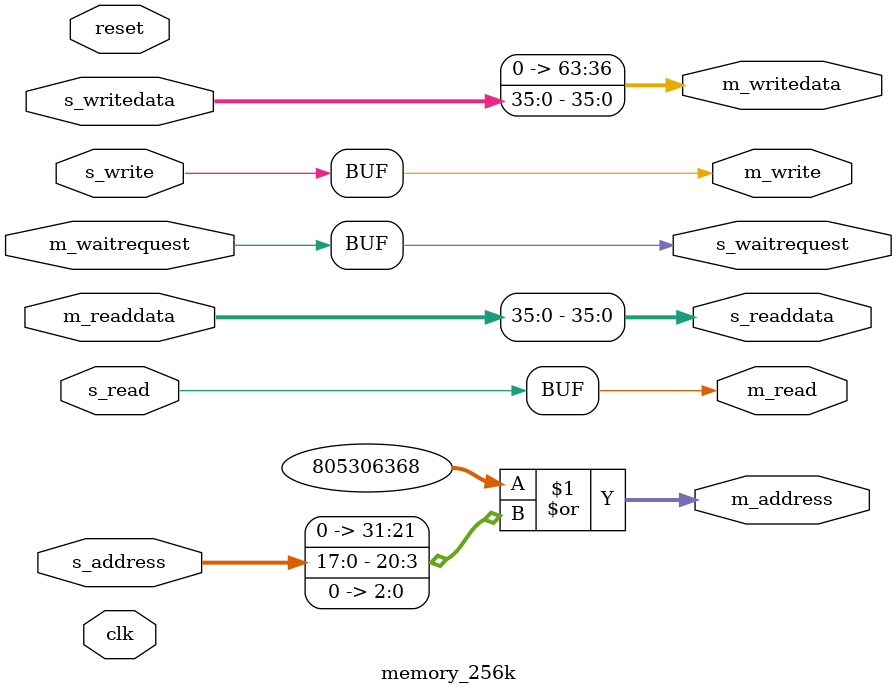
<source format=v>
module memory_256k(
	input wire clk,
	input wire reset,

	// 36 bit Slave
	input wire [17:0] s_address,
	input wire s_write,
	input wire s_read,
	input wire [35:0] s_writedata,
	output wire [35:0] s_readdata,
	output wire s_waitrequest,

	// 64 bit Avalon Master
	output wire [31:0] m_address,
	output wire m_write,
	output wire m_read,
	output wire [63:0] m_writedata,
	input wire [63:0] m_readdata,
	input wire m_waitrequest
);
	parameter [31:0] base_addr = 32'h30000000;

	assign m_address = base_addr | { s_address, 3'b0 };
	assign m_write = s_write;
	assign m_read = s_read;
	assign m_writedata = s_writedata;
	assign s_readdata = m_readdata;
	assign s_waitrequest = m_waitrequest;
endmodule

</source>
